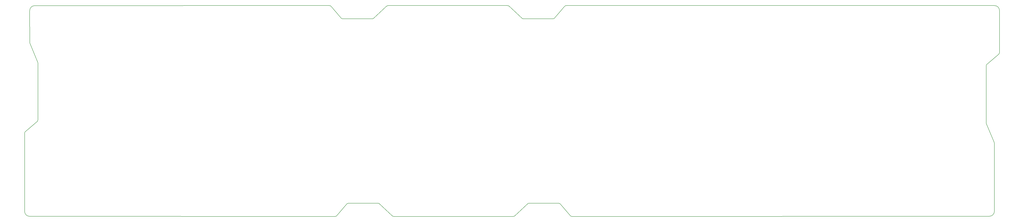
<source format=gbr>
G04 #@! TF.GenerationSoftware,KiCad,Pcbnew,7.0.5*
G04 #@! TF.CreationDate,2023-06-09T18:05:41+02:00*
G04 #@! TF.ProjectId,lumberjack,6c756d62-6572-46a6-9163-6b2e6b696361,1.7*
G04 #@! TF.SameCoordinates,Original*
G04 #@! TF.FileFunction,Profile,NP*
%FSLAX46Y46*%
G04 Gerber Fmt 4.6, Leading zero omitted, Abs format (unit mm)*
G04 Created by KiCad (PCBNEW 7.0.5) date 2023-06-09 18:05:41*
%MOMM*%
%LPD*%
G01*
G04 APERTURE LIST*
G04 #@! TA.AperFunction,Profile*
%ADD10C,0.200000*%
G04 #@! TD*
G04 APERTURE END LIST*
D10*
X-38258113Y-111508120D02*
G75*
G03*
X-38608000Y-112268000I650273J-759912D01*
G01*
X-33020496Y-107026851D02*
X-38258112Y-111508121D01*
X-32652277Y-80972135D02*
X-32670609Y-106267013D01*
X-36241911Y-72145199D02*
X-32729020Y-80587225D01*
X-38608000Y-112268000D02*
X-38608000Y-147138031D01*
X-32652283Y-80972135D02*
G75*
G03*
X-32729020Y-80587226I-1000037J732D01*
G01*
X-36318654Y-71761592D02*
G75*
G03*
X-36241911Y-72145199I999960J568D01*
G01*
X-33020496Y-107026851D02*
G75*
G03*
X-32670609Y-106267013I-650194J759875D01*
G01*
X-38608000Y-147138031D02*
G75*
G03*
X-36358000Y-149388031I2249980J-20D01*
G01*
X-36336230Y-57527186D02*
X-36318654Y-71761592D01*
X391738361Y-149353122D02*
G75*
G03*
X393987222Y-147101838I-1161J2250022D01*
G01*
X390303275Y-107495865D02*
G75*
G03*
X390380012Y-107880774I1000025J-735D01*
G01*
X393969648Y-116706408D02*
G75*
G03*
X393892902Y-116322801I-1000048J-592D01*
G01*
X396258992Y-76200000D02*
X396258992Y-57490993D01*
X390671488Y-81441149D02*
G75*
G03*
X390321601Y-82200987I650193J-759875D01*
G01*
X395909104Y-76959879D02*
G75*
G03*
X396258992Y-76200000I-650262J759908D01*
G01*
X390671488Y-81441149D02*
X395909104Y-76959879D01*
X393892903Y-116322801D02*
X390380012Y-107880775D01*
X390303269Y-107495865D02*
X390321601Y-82200987D01*
X186449655Y-143509970D02*
G75*
G03*
X185766710Y-143779532I45J-1000030D01*
G01*
X179310341Y-149446913D02*
G75*
G03*
X179993291Y-149177344I-41J1000013D01*
G01*
X200324345Y-143859896D02*
G75*
G03*
X199564518Y-143510000I-759845J-650104D01*
G01*
X125441726Y-149177062D02*
G75*
G03*
X126124648Y-149446614I682974J730462D01*
G01*
X119668261Y-143779292D02*
G75*
G03*
X118985340Y-143509734I-682961J-730408D01*
G01*
X105870477Y-143509705D02*
G75*
G03*
X105110640Y-143859621I23J-999995D01*
G01*
X99869527Y-149447174D02*
G75*
G03*
X100629344Y-149097266I-27J999974D01*
G01*
X204805650Y-149097489D02*
G75*
G03*
X205565501Y-149447394I759850J650089D01*
G01*
X177453326Y-55514764D02*
G75*
G03*
X176770356Y-55245264I-682926J-730536D01*
G01*
X183226727Y-60912604D02*
G75*
G03*
X183909664Y-61182144I682973J730504D01*
G01*
X203025477Y-55244715D02*
G75*
G03*
X202265660Y-55594613I23J-999985D01*
G01*
X197024527Y-61182149D02*
G75*
G03*
X197784365Y-60832257I-27J1000049D01*
G01*
X116445349Y-61181917D02*
G75*
G03*
X117128295Y-60912347I-49J1000017D01*
G01*
X102570662Y-60831979D02*
G75*
G03*
X103330486Y-61181878I759838J650079D01*
G01*
X98089359Y-55594392D02*
G75*
G03*
X97329499Y-55244487I-759859J-650108D01*
G01*
X123584663Y-55245003D02*
G75*
G03*
X122901712Y-55514533I-1J-1000012D01*
G01*
X203025477Y-55244725D02*
X394008992Y-55240993D01*
X96520000Y-55247224D02*
X96520000Y-55247224D01*
X97155013Y-55246942D02*
X97155013Y-55246942D01*
X116445349Y-61181878D02*
X103330486Y-61181878D01*
X123584663Y-55245002D02*
X176770356Y-55245264D01*
X183909664Y-61182144D02*
X197024527Y-61182144D01*
X122901712Y-55514533D02*
X117128295Y-60912347D01*
X102570648Y-60831991D02*
X98089378Y-55594375D01*
X177453297Y-55514795D02*
X183226718Y-60912613D01*
X197784365Y-60832257D02*
X202265659Y-55594613D01*
X179310341Y-149446876D02*
X126124648Y-149446614D01*
X205739991Y-149444936D02*
X205739991Y-149444936D01*
X186449655Y-143510000D02*
X199564518Y-143510000D01*
X179993292Y-149177345D02*
X185766709Y-143779531D01*
X200324356Y-143859887D02*
X204805629Y-149097507D01*
X105110639Y-143859621D02*
X100629344Y-149097266D01*
X125441707Y-149177083D02*
X119668286Y-143779265D01*
X118985340Y-143509734D02*
X105870477Y-143509734D01*
X99869527Y-149447154D02*
X-36358000Y-149388031D01*
X-34086230Y-55277186D02*
X97329499Y-55244487D01*
X393987222Y-147101838D02*
X393969646Y-116706408D01*
X-34086230Y-55277186D02*
G75*
G03*
X-36336230Y-57527186I1J-2250001D01*
G01*
X396259007Y-57490993D02*
G75*
G03*
X394008992Y-55240993I-2250007J-7D01*
G01*
X391738361Y-149353139D02*
X205565501Y-149447394D01*
M02*

</source>
